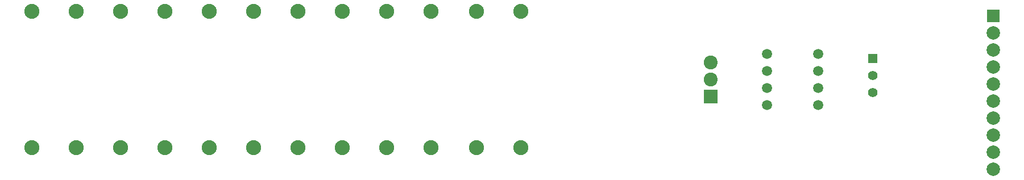
<source format=gbs>
G04*
G04 #@! TF.GenerationSoftware,Altium Limited,Altium Designer,21.8.1 (53)*
G04*
G04 Layer_Color=16711935*
%FSLAX25Y25*%
%MOIN*%
G70*
G04*
G04 #@! TF.SameCoordinates,44C9CF5F-0DCB-41D1-9D9C-026A7C6AE30A*
G04*
G04*
G04 #@! TF.FilePolarity,Negative*
G04*
G01*
G75*
%ADD15C,0.07887*%
%ADD17R,0.08123X0.08123*%
%ADD18C,0.08123*%
%ADD19C,0.05918*%
%ADD20R,0.05524X0.05524*%
%ADD21C,0.05524*%
%ADD22C,0.08800*%
%ADD32R,0.07300X0.07300*%
D15*
X581500Y51000D02*
D03*
Y61000D02*
D03*
Y121000D02*
D03*
Y131000D02*
D03*
Y101000D02*
D03*
Y111000D02*
D03*
Y91000D02*
D03*
Y71000D02*
D03*
Y81000D02*
D03*
D17*
X416000Y93500D02*
D03*
D18*
Y103500D02*
D03*
Y113500D02*
D03*
D19*
X449000Y118500D02*
D03*
Y108500D02*
D03*
X479000D02*
D03*
Y118500D02*
D03*
X449000Y98500D02*
D03*
Y88500D02*
D03*
X479000Y98500D02*
D03*
Y88500D02*
D03*
D20*
X511000Y116000D02*
D03*
D21*
Y106000D02*
D03*
Y96000D02*
D03*
D22*
X304500Y143500D02*
D03*
Y63500D02*
D03*
X278500Y143500D02*
D03*
Y63500D02*
D03*
X252000Y143500D02*
D03*
Y63500D02*
D03*
X226000Y143500D02*
D03*
Y63500D02*
D03*
X200000Y143500D02*
D03*
Y63500D02*
D03*
X174000Y143500D02*
D03*
Y63500D02*
D03*
X148000Y143500D02*
D03*
Y63500D02*
D03*
X122000Y143500D02*
D03*
Y63500D02*
D03*
X96000Y143500D02*
D03*
Y63500D02*
D03*
X70000Y143500D02*
D03*
Y63500D02*
D03*
X44000Y143500D02*
D03*
Y63500D02*
D03*
X18000Y143500D02*
D03*
Y63500D02*
D03*
D32*
X581500Y141000D02*
D03*
M02*

</source>
